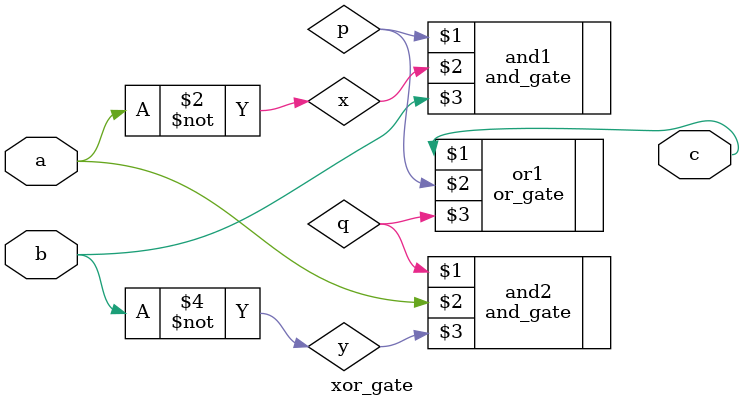
<source format=v>
module xor_gate(c,a,b);

input a,b;
output c;
wire p,q,x,y;

nand(x,a,a);
nand(y,b,b);
and_gate and1(p,x,b);
and_gate and2(q,a,y);

or_gate or1(c,p,q);

endmodule


</source>
